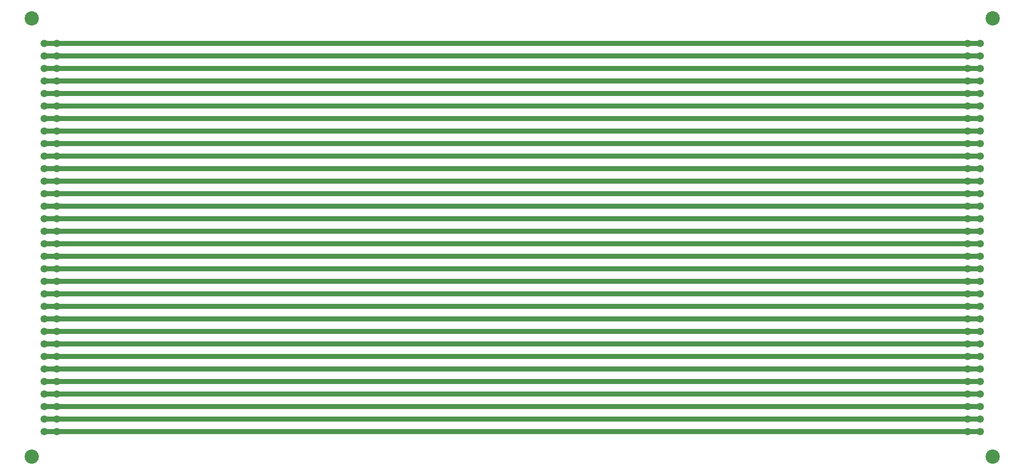
<source format=gbr>
G04 #@! TF.FileFunction,Copper,L2,Bot,Signal*
%FSLAX46Y46*%
G04 Gerber Fmt 4.6, Leading zero omitted, Abs format (unit mm)*
G04 Created by KiCad (PCBNEW 4.0.1-stable) date Sonntag, 21. Februar 2016 23:38:26*
%MOMM*%
G01*
G04 APERTURE LIST*
%ADD10C,0.100000*%
%ADD11C,1.501140*%
%ADD12C,2.900680*%
%ADD13C,1.000000*%
G04 APERTURE END LIST*
D10*
D11*
X55880000Y-51435000D03*
X55880000Y-53975000D03*
X55880000Y-56515000D03*
X55880000Y-59055000D03*
X55880000Y-61595000D03*
X55880000Y-64135000D03*
X55880000Y-66675000D03*
X55880000Y-69215000D03*
X55880000Y-71755000D03*
X55880000Y-74295000D03*
X55880000Y-76835000D03*
X55880000Y-79375000D03*
X55880000Y-81915000D03*
X55880000Y-84455000D03*
X55880000Y-86995000D03*
X55880000Y-89535000D03*
X55880000Y-92075000D03*
X55880000Y-94615000D03*
X55880000Y-97155000D03*
X55880000Y-99695000D03*
X55880000Y-102235000D03*
X55880000Y-104775000D03*
X55880000Y-107315000D03*
X55880000Y-109855000D03*
X55880000Y-112395000D03*
X55880000Y-114935000D03*
X55880000Y-117475000D03*
X55880000Y-120015000D03*
X55880000Y-125095000D03*
X55880000Y-122555000D03*
X55880000Y-127635000D03*
X55880000Y-130175000D03*
X58420000Y-130175000D03*
X58420000Y-127635000D03*
X58420000Y-122555000D03*
X58420000Y-125095000D03*
X58420000Y-120015000D03*
X58420000Y-117475000D03*
X58420000Y-114935000D03*
X58420000Y-112395000D03*
X58420000Y-109855000D03*
X58420000Y-107315000D03*
X58420000Y-104775000D03*
X58420000Y-102235000D03*
X58420000Y-99695000D03*
X58420000Y-97155000D03*
X58420000Y-94615000D03*
X58420000Y-92075000D03*
X58420000Y-89535000D03*
X58420000Y-86995000D03*
X58420000Y-84455000D03*
X58420000Y-81915000D03*
X58420000Y-79375000D03*
X58420000Y-76835000D03*
X58420000Y-74295000D03*
X58420000Y-71755000D03*
X58420000Y-69215000D03*
X58420000Y-66675000D03*
X58420000Y-64135000D03*
X58420000Y-61595000D03*
X58420000Y-59055000D03*
X58420000Y-56515000D03*
X58420000Y-53975000D03*
X58420000Y-51435000D03*
D12*
X53340000Y-46355000D03*
X53340000Y-135255000D03*
D11*
X245745000Y-130175000D03*
X245745000Y-127635000D03*
X245745000Y-125095000D03*
X245745000Y-122555000D03*
X245745000Y-120015000D03*
X245745000Y-117475000D03*
X245745000Y-114935000D03*
X245745000Y-112395000D03*
X245745000Y-109855000D03*
X245745000Y-107315000D03*
X245745000Y-104775000D03*
X245745000Y-102235000D03*
X245745000Y-99695000D03*
X245745000Y-97155000D03*
X245745000Y-94615000D03*
X245745000Y-92075000D03*
X245745000Y-89535000D03*
X245745000Y-86995000D03*
X245745000Y-84455000D03*
X245745000Y-81915000D03*
X245745000Y-79375000D03*
X245745000Y-76835000D03*
X245745000Y-74295000D03*
X245745000Y-71755000D03*
X245745000Y-69215000D03*
X245745000Y-66675000D03*
X245745000Y-64135000D03*
X245745000Y-61595000D03*
X245745000Y-56515000D03*
X245745000Y-59055000D03*
X245745000Y-53975000D03*
X245745000Y-51435000D03*
X243205000Y-51435000D03*
X243205000Y-53975000D03*
X243205000Y-59055000D03*
X243205000Y-56515000D03*
X243205000Y-61595000D03*
X243205000Y-64135000D03*
X243205000Y-66675000D03*
X243205000Y-69215000D03*
X243205000Y-71755000D03*
X243205000Y-74295000D03*
X243205000Y-76835000D03*
X243205000Y-79375000D03*
X243205000Y-81915000D03*
X243205000Y-84455000D03*
X243205000Y-86995000D03*
X243205000Y-89535000D03*
X243205000Y-92075000D03*
X243205000Y-94615000D03*
X243205000Y-97155000D03*
X243205000Y-99695000D03*
X243205000Y-102235000D03*
X243205000Y-104775000D03*
X243205000Y-107315000D03*
X243205000Y-109855000D03*
X243205000Y-112395000D03*
X243205000Y-114935000D03*
X243205000Y-117475000D03*
X243205000Y-120015000D03*
X243205000Y-122555000D03*
X243205000Y-125095000D03*
X243205000Y-127635000D03*
X243205000Y-130175000D03*
D12*
X248285000Y-135255000D03*
X248285000Y-46355000D03*
D13*
X55880000Y-51435000D02*
X245745000Y-51435000D01*
X55880000Y-53975000D02*
X245745000Y-53975000D01*
X55880000Y-56515000D02*
X245745000Y-56515000D01*
X55880000Y-59055000D02*
X245745000Y-59055000D01*
X55880000Y-61595000D02*
X245745000Y-61595000D01*
X55880000Y-64135000D02*
X245745000Y-64135000D01*
X55880000Y-66675000D02*
X245745000Y-66675000D01*
X55880000Y-69215000D02*
X245745000Y-69215000D01*
X55880000Y-71755000D02*
X245745000Y-71755000D01*
X55880000Y-74295000D02*
X245745000Y-74295000D01*
X55880000Y-76835000D02*
X245745000Y-76835000D01*
X55880000Y-79375000D02*
X245745000Y-79375000D01*
X55880000Y-81915000D02*
X245745000Y-81915000D01*
X55880000Y-84455000D02*
X245745000Y-84455000D01*
X55880000Y-86995000D02*
X245745000Y-86995000D01*
X55880000Y-89535000D02*
X245745000Y-89535000D01*
X55880000Y-92075000D02*
X245745000Y-92075000D01*
X55880000Y-94615000D02*
X245745000Y-94615000D01*
X55880000Y-97155000D02*
X245745000Y-97155000D01*
X55880000Y-99695000D02*
X245745000Y-99695000D01*
X55880000Y-102235000D02*
X245745000Y-102235000D01*
X55880000Y-104775000D02*
X245745000Y-104775000D01*
X55880000Y-107315000D02*
X245745000Y-107315000D01*
X55880000Y-109855000D02*
X245745000Y-109855000D01*
X55880000Y-112395000D02*
X245745000Y-112395000D01*
X55880000Y-114935000D02*
X245745000Y-114935000D01*
X55880000Y-117475000D02*
X245745000Y-117475000D01*
X55880000Y-120015000D02*
X245745000Y-120015000D01*
X55880000Y-125095000D02*
X245745000Y-125095000D01*
X55880000Y-122555000D02*
X245745000Y-122555000D01*
X55880000Y-127635000D02*
X245745000Y-127635000D01*
X55880000Y-130175000D02*
X245745000Y-130175000D01*
M02*

</source>
